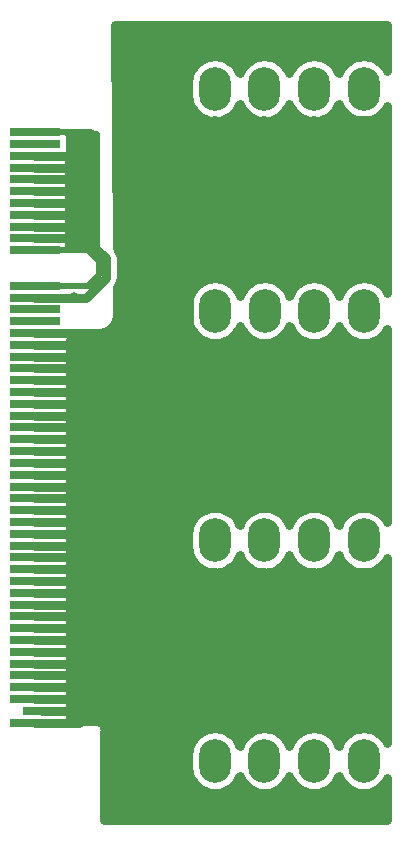
<source format=gtl>
%TF.GenerationSoftware,KiCad,Pcbnew,(5.1.10)-1*%
%TF.CreationDate,2021-09-30T13:01:54+08:00*%
%TF.ProjectId,KCORES CSPS to ATX Converter,4b434f52-4553-4204-9353-505320746f20,1.0*%
%TF.SameCoordinates,Original*%
%TF.FileFunction,Copper,L1,Top*%
%TF.FilePolarity,Positive*%
%FSLAX46Y46*%
G04 Gerber Fmt 4.6, Leading zero omitted, Abs format (unit mm)*
G04 Created by KiCad (PCBNEW (5.1.10)-1) date 2021-09-30 13:01:54*
%MOMM*%
%LPD*%
G01*
G04 APERTURE LIST*
%TA.AperFunction,ConnectorPad*%
%ADD10R,4.300000X0.700000*%
%TD*%
%TA.AperFunction,ConnectorPad*%
%ADD11R,3.200000X0.700000*%
%TD*%
%TA.AperFunction,ComponentPad*%
%ADD12O,2.700000X3.700000*%
%TD*%
%TA.AperFunction,ViaPad*%
%ADD13C,0.800000*%
%TD*%
%TA.AperFunction,Conductor*%
%ADD14C,0.508000*%
%TD*%
%TA.AperFunction,Conductor*%
%ADD15C,0.762000*%
%TD*%
%TA.AperFunction,Conductor*%
%ADD16C,0.100000*%
%TD*%
G04 APERTURE END LIST*
D10*
%TO.P,J1,B13*%
%TO.N,GND*%
X96381000Y-100658000D03*
%TO.P,J1,B12*%
X96381000Y-99658000D03*
%TO.P,J1,B18*%
%TO.N,+12V*%
X96381000Y-105658000D03*
%TO.P,J1,B17*%
X96381000Y-104658000D03*
%TO.P,J1,B16*%
X96381000Y-103658000D03*
%TO.P,J1,B15*%
%TO.N,Net-(J1-PadB15)*%
X96381000Y-102658000D03*
%TO.P,J1,B14*%
%TO.N,Net-(J1-PadB14)*%
X96381000Y-101658000D03*
%TO.P,J1,B11*%
%TO.N,GND*%
X96381000Y-96658000D03*
%TO.P,J1,B10*%
X96381000Y-95658000D03*
%TO.P,J1,B9*%
X96381000Y-94658000D03*
%TO.P,J1,B8*%
X96381000Y-93658000D03*
%TO.P,J1,B7*%
X96381000Y-92658000D03*
%TO.P,J1,B6*%
X96381000Y-91658000D03*
%TO.P,J1,B5*%
X96381000Y-90658000D03*
%TO.P,J1,B4*%
X96381000Y-89658000D03*
%TO.P,J1,B3*%
X96381000Y-88658000D03*
%TO.P,J1,B2*%
%TO.N,Net-(J1-PadB2)*%
X96381000Y-87658000D03*
%TO.P,J1,B1*%
%TO.N,GND*%
X96381000Y-86658000D03*
%TO.P,J1,B19*%
%TO.N,+12V*%
X96381000Y-106658000D03*
%TO.P,J1,B20*%
X96381000Y-107658000D03*
%TO.P,J1,B21*%
X96381000Y-108658000D03*
%TO.P,J1,B22*%
X96381000Y-109658000D03*
%TO.P,J1,B23*%
X96381000Y-110658000D03*
%TO.P,J1,B24*%
X96381000Y-111658000D03*
%TO.P,J1,B25*%
X96381000Y-112658000D03*
%TO.P,J1,B26*%
X96381000Y-113658000D03*
%TO.P,J1,B27*%
X96381000Y-114658000D03*
%TO.P,J1,B28*%
X96381000Y-115658000D03*
%TO.P,J1,B29*%
X96381000Y-116658000D03*
%TO.P,J1,B30*%
X96381000Y-117658000D03*
%TO.P,J1,B31*%
X96381000Y-118658000D03*
%TO.P,J1,B32*%
X96381000Y-119658000D03*
%TO.P,J1,B33*%
X96381000Y-120658000D03*
%TO.P,J1,B34*%
X96381000Y-121658000D03*
%TO.P,J1,B35*%
X96381000Y-122658000D03*
%TO.P,J1,B36*%
X96381000Y-123658000D03*
%TO.P,J1,B37*%
X96381000Y-124658000D03*
%TO.P,J1,B38*%
X96381000Y-125658000D03*
%TO.P,J1,B39*%
X96381000Y-126658000D03*
%TO.P,J1,B40*%
X96381000Y-127658000D03*
%TO.P,J1,B41*%
X96381000Y-128658000D03*
%TO.P,J1,B42*%
X96381000Y-129658000D03*
%TO.P,J1,B43*%
X96381000Y-130658000D03*
%TO.P,J1,B44*%
X96381000Y-131658000D03*
%TO.P,J1,B45*%
X96381000Y-132658000D03*
%TO.P,J1,B46*%
X96381000Y-133658000D03*
%TO.P,J1,B47*%
X96381000Y-134658000D03*
D11*
%TO.P,J1,B48*%
X96931000Y-135658000D03*
D10*
%TO.P,J1,B49*%
X96381000Y-136658000D03*
%TD*%
D12*
%TO.P,J6,8*%
%TO.N,GND*%
X111594000Y-121193000D03*
%TO.P,J6,7*%
X115794000Y-121193000D03*
%TO.P,J6,6*%
X119994000Y-121193000D03*
%TO.P,J6,5*%
X124194000Y-121193000D03*
%TO.P,J6,4*%
%TO.N,+12V*%
X111594000Y-125393000D03*
%TO.P,J6,3*%
X115794000Y-125393000D03*
%TO.P,J6,1*%
%TA.AperFunction,ComponentPad*%
G36*
G01*
X125544000Y-123794100D02*
X125544000Y-126991900D01*
G75*
G02*
X125292900Y-127243000I-251100J0D01*
G01*
X123095100Y-127243000D01*
G75*
G02*
X122844000Y-126991900I0J251100D01*
G01*
X122844000Y-123794100D01*
G75*
G02*
X123095100Y-123543000I251100J0D01*
G01*
X125292900Y-123543000D01*
G75*
G02*
X125544000Y-123794100I0J-251100D01*
G01*
G37*
%TD.AperFunction*%
%TO.P,J6,2*%
X119994000Y-125393000D03*
%TD*%
%TO.P,J5,8*%
%TO.N,GND*%
X111594000Y-82966000D03*
%TO.P,J5,7*%
X115794000Y-82966000D03*
%TO.P,J5,6*%
X119994000Y-82966000D03*
%TO.P,J5,5*%
X124194000Y-82966000D03*
%TO.P,J5,4*%
%TO.N,+12V*%
X111594000Y-87166000D03*
%TO.P,J5,3*%
X115794000Y-87166000D03*
%TO.P,J5,1*%
%TA.AperFunction,ComponentPad*%
G36*
G01*
X125544000Y-85567100D02*
X125544000Y-88764900D01*
G75*
G02*
X125292900Y-89016000I-251100J0D01*
G01*
X123095100Y-89016000D01*
G75*
G02*
X122844000Y-88764900I0J251100D01*
G01*
X122844000Y-85567100D01*
G75*
G02*
X123095100Y-85316000I251100J0D01*
G01*
X125292900Y-85316000D01*
G75*
G02*
X125544000Y-85567100I0J-251100D01*
G01*
G37*
%TD.AperFunction*%
%TO.P,J5,2*%
X119994000Y-87166000D03*
%TD*%
%TO.P,J4,8*%
%TO.N,GND*%
X124194000Y-139880000D03*
%TO.P,J4,7*%
X119994000Y-139880000D03*
%TO.P,J4,6*%
X115794000Y-139880000D03*
%TO.P,J4,5*%
X111594000Y-139880000D03*
%TO.P,J4,4*%
%TO.N,+12V*%
X124194000Y-135680000D03*
%TO.P,J4,3*%
X119994000Y-135680000D03*
%TO.P,J4,1*%
%TA.AperFunction,ComponentPad*%
G36*
G01*
X110244000Y-137278900D02*
X110244000Y-134081100D01*
G75*
G02*
X110495100Y-133830000I251100J0D01*
G01*
X112692900Y-133830000D01*
G75*
G02*
X112944000Y-134081100I0J-251100D01*
G01*
X112944000Y-137278900D01*
G75*
G02*
X112692900Y-137530000I-251100J0D01*
G01*
X110495100Y-137530000D01*
G75*
G02*
X110244000Y-137278900I0J251100D01*
G01*
G37*
%TD.AperFunction*%
%TO.P,J4,2*%
X115794000Y-135680000D03*
%TD*%
%TO.P,J3,8*%
%TO.N,GND*%
X124221000Y-101780000D03*
%TO.P,J3,7*%
X120021000Y-101780000D03*
%TO.P,J3,6*%
X115821000Y-101780000D03*
%TO.P,J3,5*%
X111621000Y-101780000D03*
%TO.P,J3,4*%
%TO.N,+12V*%
X124221000Y-97580000D03*
%TO.P,J3,3*%
X120021000Y-97580000D03*
%TO.P,J3,1*%
%TA.AperFunction,ComponentPad*%
G36*
G01*
X110271000Y-99178900D02*
X110271000Y-95981100D01*
G75*
G02*
X110522100Y-95730000I251100J0D01*
G01*
X112719900Y-95730000D01*
G75*
G02*
X112971000Y-95981100I0J-251100D01*
G01*
X112971000Y-99178900D01*
G75*
G02*
X112719900Y-99430000I-251100J0D01*
G01*
X110522100Y-99430000D01*
G75*
G02*
X110271000Y-99178900I0J251100D01*
G01*
G37*
%TD.AperFunction*%
%TO.P,J3,2*%
X115821000Y-97580000D03*
%TD*%
D13*
%TO.N,GND*%
X101207000Y-99612000D03*
X99683000Y-100628000D03*
X99937000Y-91230000D03*
X100953000Y-92119000D03*
X100953000Y-90468000D03*
X99937000Y-94405000D03*
X100953000Y-95294000D03*
X100953000Y-93643000D03*
X99937000Y-95929000D03*
X99937000Y-92754000D03*
X100953000Y-87166000D03*
X99937000Y-87928000D03*
X100953000Y-88817000D03*
X99937000Y-89452000D03*
%TD*%
D14*
%TO.N,GND*%
X96381000Y-86658000D02*
X100318000Y-86658000D01*
D15*
X96381000Y-88658000D02*
X100159000Y-88658000D01*
X96381000Y-89658000D02*
X100016000Y-89658000D01*
X96381000Y-90658000D02*
X100127000Y-90658000D01*
X96381000Y-91658000D02*
X99984000Y-91658000D01*
X99841000Y-92658000D02*
X99937000Y-92754000D01*
X96381000Y-92658000D02*
X99841000Y-92658000D01*
X96381000Y-93658000D02*
X99922000Y-93658000D01*
X99684000Y-94658000D02*
X99937000Y-94405000D01*
X96381000Y-94658000D02*
X99684000Y-94658000D01*
X99666000Y-95658000D02*
X99937000Y-95929000D01*
X96381000Y-95658000D02*
X99666000Y-95658000D01*
D14*
X101803979Y-98744202D02*
X100890181Y-99658000D01*
X101803979Y-97587979D02*
X101803979Y-98744202D01*
X100890181Y-99658000D02*
X96381000Y-99658000D01*
X100874000Y-96658000D02*
X101803979Y-97587979D01*
X96381000Y-96658000D02*
X100874000Y-96658000D01*
D15*
X102350000Y-97326000D02*
X101207000Y-96183000D01*
X102350000Y-98977000D02*
X102350000Y-97326000D01*
X100669000Y-100658000D02*
X102350000Y-98977000D01*
X96381000Y-100658000D02*
X100669000Y-100658000D01*
D14*
X100318000Y-86658000D02*
X101080000Y-86658000D01*
X101080000Y-86658000D02*
X101461000Y-87039000D01*
D15*
%TO.N,+12V*%
X96381000Y-103658000D02*
X100554000Y-103658000D01*
X96381000Y-104658000D02*
X100538000Y-104658000D01*
X96381000Y-105658000D02*
X100395000Y-105658000D01*
X96381000Y-106658000D02*
X100511000Y-106658000D01*
X96381000Y-107658000D02*
X100400000Y-107658000D01*
X96381000Y-108658000D02*
X100416000Y-108658000D01*
X96381000Y-109658000D02*
X100432000Y-109658000D01*
X96381000Y-110658000D02*
X100569000Y-110658000D01*
X96381000Y-111658000D02*
X100553000Y-111658000D01*
X96381000Y-112658000D02*
X100537000Y-112658000D01*
X96381000Y-113658000D02*
X100623000Y-113658000D01*
X96381000Y-114658000D02*
X100385000Y-114658000D01*
X96381000Y-115658000D02*
X100655000Y-115658000D01*
X96381000Y-116658000D02*
X100417000Y-116658000D01*
X96381000Y-117658000D02*
X100560000Y-117658000D01*
X96381000Y-118658000D02*
X100695000Y-118658000D01*
X96381000Y-119658000D02*
X100679000Y-119658000D01*
X96381000Y-120658000D02*
X100663000Y-120658000D01*
X96381000Y-121658000D02*
X100520000Y-121658000D01*
X96381000Y-122658000D02*
X100640000Y-122658000D01*
X96381000Y-123658000D02*
X100615000Y-123658000D01*
X96381000Y-124658000D02*
X100545000Y-124658000D01*
X96381000Y-125658000D02*
X99926000Y-125658000D01*
X96381000Y-126658000D02*
X100948000Y-126658000D01*
X96381000Y-127658000D02*
X100593000Y-127658000D01*
X96381000Y-128658000D02*
X100662000Y-128658000D01*
X96381000Y-129658000D02*
X100773000Y-129658000D01*
X96381000Y-130658000D02*
X100641000Y-130658000D01*
X96381000Y-131658000D02*
X100784000Y-131658000D01*
X96381000Y-132658000D02*
X100419000Y-132658000D01*
X96381000Y-133658000D02*
X100562000Y-133658000D01*
X96381000Y-134658000D02*
X100451000Y-134658000D01*
X96931000Y-135658000D02*
X100169000Y-135658000D01*
X96381000Y-136658000D02*
X100102000Y-136658000D01*
D14*
X100102000Y-136658000D02*
X102185000Y-136658000D01*
%TD*%
D15*
%TO.N,+12V*%
X126201001Y-81471121D02*
X126064668Y-81216060D01*
X125784872Y-80875128D01*
X125443940Y-80595332D01*
X125054974Y-80387425D01*
X124632921Y-80259397D01*
X124194000Y-80216167D01*
X123755080Y-80259397D01*
X123333027Y-80387425D01*
X122944061Y-80595332D01*
X122603129Y-80875128D01*
X122323333Y-81216060D01*
X122115425Y-81605026D01*
X122094000Y-81675655D01*
X122072575Y-81605027D01*
X121864668Y-81216060D01*
X121584872Y-80875128D01*
X121243940Y-80595332D01*
X120854974Y-80387425D01*
X120432921Y-80259397D01*
X119994000Y-80216167D01*
X119555080Y-80259397D01*
X119133027Y-80387425D01*
X118744061Y-80595332D01*
X118403129Y-80875128D01*
X118123333Y-81216060D01*
X117915425Y-81605026D01*
X117894000Y-81675655D01*
X117872575Y-81605027D01*
X117664668Y-81216060D01*
X117384872Y-80875128D01*
X117043940Y-80595332D01*
X116654974Y-80387425D01*
X116232921Y-80259397D01*
X115794000Y-80216167D01*
X115355080Y-80259397D01*
X114933027Y-80387425D01*
X114544061Y-80595332D01*
X114203129Y-80875128D01*
X113923333Y-81216060D01*
X113715425Y-81605026D01*
X113694000Y-81675655D01*
X113672575Y-81605027D01*
X113464668Y-81216060D01*
X113184872Y-80875128D01*
X112843940Y-80595332D01*
X112454974Y-80387425D01*
X112032921Y-80259397D01*
X111594000Y-80216167D01*
X111155080Y-80259397D01*
X110733027Y-80387425D01*
X110344061Y-80595332D01*
X110003129Y-80875128D01*
X109723333Y-81216060D01*
X109515425Y-81605026D01*
X109387397Y-82027079D01*
X109355000Y-82356011D01*
X109355000Y-83575988D01*
X109387397Y-83904920D01*
X109515425Y-84326973D01*
X109723332Y-84715940D01*
X110003128Y-85056872D01*
X110344060Y-85336668D01*
X110733026Y-85544575D01*
X111155079Y-85672603D01*
X111594000Y-85715833D01*
X112032920Y-85672603D01*
X112454973Y-85544575D01*
X112843940Y-85336668D01*
X113184872Y-85056872D01*
X113464668Y-84715940D01*
X113672575Y-84326974D01*
X113694000Y-84256345D01*
X113715425Y-84326973D01*
X113923332Y-84715940D01*
X114203128Y-85056872D01*
X114544060Y-85336668D01*
X114933026Y-85544575D01*
X115355079Y-85672603D01*
X115794000Y-85715833D01*
X116232920Y-85672603D01*
X116654973Y-85544575D01*
X117043940Y-85336668D01*
X117384872Y-85056872D01*
X117664668Y-84715940D01*
X117872575Y-84326974D01*
X117894000Y-84256345D01*
X117915425Y-84326973D01*
X118123332Y-84715940D01*
X118403128Y-85056872D01*
X118744060Y-85336668D01*
X119133026Y-85544575D01*
X119555079Y-85672603D01*
X119994000Y-85715833D01*
X120432920Y-85672603D01*
X120854973Y-85544575D01*
X121243940Y-85336668D01*
X121584872Y-85056872D01*
X121864668Y-84715940D01*
X122072575Y-84326974D01*
X122094000Y-84256345D01*
X122115425Y-84326973D01*
X122323332Y-84715940D01*
X122603128Y-85056872D01*
X122944060Y-85336668D01*
X123333026Y-85544575D01*
X123755079Y-85672603D01*
X124194000Y-85715833D01*
X124632920Y-85672603D01*
X125054973Y-85544575D01*
X125443940Y-85336668D01*
X125784872Y-85056872D01*
X126064668Y-84715940D01*
X126201001Y-84460880D01*
X126201001Y-100234607D01*
X126091668Y-100030060D01*
X125811872Y-99689128D01*
X125470940Y-99409332D01*
X125081973Y-99201425D01*
X124659920Y-99073397D01*
X124221000Y-99030167D01*
X123782079Y-99073397D01*
X123360026Y-99201425D01*
X122971060Y-99409332D01*
X122630128Y-99689128D01*
X122350332Y-100030060D01*
X122142425Y-100419027D01*
X122121000Y-100489655D01*
X122099575Y-100419026D01*
X121891668Y-100030060D01*
X121611872Y-99689128D01*
X121270940Y-99409332D01*
X120881973Y-99201425D01*
X120459920Y-99073397D01*
X120021000Y-99030167D01*
X119582079Y-99073397D01*
X119160026Y-99201425D01*
X118771060Y-99409332D01*
X118430128Y-99689128D01*
X118150332Y-100030060D01*
X117942425Y-100419027D01*
X117921000Y-100489655D01*
X117899575Y-100419026D01*
X117691668Y-100030060D01*
X117411872Y-99689128D01*
X117070940Y-99409332D01*
X116681973Y-99201425D01*
X116259920Y-99073397D01*
X115821000Y-99030167D01*
X115382079Y-99073397D01*
X114960026Y-99201425D01*
X114571060Y-99409332D01*
X114230128Y-99689128D01*
X113950332Y-100030060D01*
X113742425Y-100419027D01*
X113721000Y-100489655D01*
X113699575Y-100419026D01*
X113491668Y-100030060D01*
X113211872Y-99689128D01*
X112870940Y-99409332D01*
X112481973Y-99201425D01*
X112059920Y-99073397D01*
X111621000Y-99030167D01*
X111182079Y-99073397D01*
X110760026Y-99201425D01*
X110371060Y-99409332D01*
X110030128Y-99689128D01*
X109750332Y-100030060D01*
X109542425Y-100419027D01*
X109414397Y-100841080D01*
X109382000Y-101170012D01*
X109382000Y-102389989D01*
X109414397Y-102718921D01*
X109542425Y-103140974D01*
X109750333Y-103529940D01*
X110030129Y-103870872D01*
X110371061Y-104150668D01*
X110760027Y-104358575D01*
X111182080Y-104486603D01*
X111621000Y-104529833D01*
X112059921Y-104486603D01*
X112481974Y-104358575D01*
X112870940Y-104150668D01*
X113211872Y-103870872D01*
X113491668Y-103529940D01*
X113699575Y-103140973D01*
X113721000Y-103070345D01*
X113742425Y-103140974D01*
X113950333Y-103529940D01*
X114230129Y-103870872D01*
X114571061Y-104150668D01*
X114960027Y-104358575D01*
X115382080Y-104486603D01*
X115821000Y-104529833D01*
X116259921Y-104486603D01*
X116681974Y-104358575D01*
X117070940Y-104150668D01*
X117411872Y-103870872D01*
X117691668Y-103529940D01*
X117899575Y-103140973D01*
X117921000Y-103070345D01*
X117942425Y-103140974D01*
X118150333Y-103529940D01*
X118430129Y-103870872D01*
X118771061Y-104150668D01*
X119160027Y-104358575D01*
X119582080Y-104486603D01*
X120021000Y-104529833D01*
X120459921Y-104486603D01*
X120881974Y-104358575D01*
X121270940Y-104150668D01*
X121611872Y-103870872D01*
X121891668Y-103529940D01*
X122099575Y-103140973D01*
X122121000Y-103070345D01*
X122142425Y-103140974D01*
X122350333Y-103529940D01*
X122630129Y-103870872D01*
X122971061Y-104150668D01*
X123360027Y-104358575D01*
X123782080Y-104486603D01*
X124221000Y-104529833D01*
X124659921Y-104486603D01*
X125081974Y-104358575D01*
X125470940Y-104150668D01*
X125811872Y-103870872D01*
X126091668Y-103529940D01*
X126201001Y-103325393D01*
X126201000Y-119698120D01*
X126064668Y-119443060D01*
X125784872Y-119102128D01*
X125443940Y-118822332D01*
X125054974Y-118614425D01*
X124632921Y-118486397D01*
X124194000Y-118443167D01*
X123755080Y-118486397D01*
X123333027Y-118614425D01*
X122944061Y-118822332D01*
X122603129Y-119102128D01*
X122323333Y-119443060D01*
X122115425Y-119832026D01*
X122094000Y-119902655D01*
X122072575Y-119832027D01*
X121864668Y-119443060D01*
X121584872Y-119102128D01*
X121243940Y-118822332D01*
X120854974Y-118614425D01*
X120432921Y-118486397D01*
X119994000Y-118443167D01*
X119555080Y-118486397D01*
X119133027Y-118614425D01*
X118744061Y-118822332D01*
X118403129Y-119102128D01*
X118123333Y-119443060D01*
X117915425Y-119832026D01*
X117894000Y-119902655D01*
X117872575Y-119832027D01*
X117664668Y-119443060D01*
X117384872Y-119102128D01*
X117043940Y-118822332D01*
X116654974Y-118614425D01*
X116232921Y-118486397D01*
X115794000Y-118443167D01*
X115355080Y-118486397D01*
X114933027Y-118614425D01*
X114544061Y-118822332D01*
X114203129Y-119102128D01*
X113923333Y-119443060D01*
X113715425Y-119832026D01*
X113694000Y-119902655D01*
X113672575Y-119832027D01*
X113464668Y-119443060D01*
X113184872Y-119102128D01*
X112843940Y-118822332D01*
X112454974Y-118614425D01*
X112032921Y-118486397D01*
X111594000Y-118443167D01*
X111155080Y-118486397D01*
X110733027Y-118614425D01*
X110344061Y-118822332D01*
X110003129Y-119102128D01*
X109723333Y-119443060D01*
X109515425Y-119832026D01*
X109387397Y-120254079D01*
X109355000Y-120583011D01*
X109355000Y-121802988D01*
X109387397Y-122131920D01*
X109515425Y-122553973D01*
X109723332Y-122942940D01*
X110003128Y-123283872D01*
X110344060Y-123563668D01*
X110733026Y-123771575D01*
X111155079Y-123899603D01*
X111594000Y-123942833D01*
X112032920Y-123899603D01*
X112454973Y-123771575D01*
X112843940Y-123563668D01*
X113184872Y-123283872D01*
X113464668Y-122942940D01*
X113672575Y-122553974D01*
X113694000Y-122483345D01*
X113715425Y-122553973D01*
X113923332Y-122942940D01*
X114203128Y-123283872D01*
X114544060Y-123563668D01*
X114933026Y-123771575D01*
X115355079Y-123899603D01*
X115794000Y-123942833D01*
X116232920Y-123899603D01*
X116654973Y-123771575D01*
X117043940Y-123563668D01*
X117384872Y-123283872D01*
X117664668Y-122942940D01*
X117872575Y-122553974D01*
X117894000Y-122483345D01*
X117915425Y-122553973D01*
X118123332Y-122942940D01*
X118403128Y-123283872D01*
X118744060Y-123563668D01*
X119133026Y-123771575D01*
X119555079Y-123899603D01*
X119994000Y-123942833D01*
X120432920Y-123899603D01*
X120854973Y-123771575D01*
X121243940Y-123563668D01*
X121584872Y-123283872D01*
X121864668Y-122942940D01*
X122072575Y-122553974D01*
X122094000Y-122483345D01*
X122115425Y-122553973D01*
X122323332Y-122942940D01*
X122603128Y-123283872D01*
X122944060Y-123563668D01*
X123333026Y-123771575D01*
X123755079Y-123899603D01*
X124194000Y-123942833D01*
X124632920Y-123899603D01*
X125054973Y-123771575D01*
X125443940Y-123563668D01*
X125784872Y-123283872D01*
X126064668Y-122942940D01*
X126201000Y-122687881D01*
X126201000Y-138385119D01*
X126064668Y-138130060D01*
X125784872Y-137789128D01*
X125443940Y-137509332D01*
X125054973Y-137301425D01*
X124632920Y-137173397D01*
X124194000Y-137130167D01*
X123755079Y-137173397D01*
X123333026Y-137301425D01*
X122944060Y-137509332D01*
X122603128Y-137789128D01*
X122323332Y-138130060D01*
X122115425Y-138519027D01*
X122094000Y-138589655D01*
X122072575Y-138519026D01*
X121864668Y-138130060D01*
X121584872Y-137789128D01*
X121243940Y-137509332D01*
X120854973Y-137301425D01*
X120432920Y-137173397D01*
X119994000Y-137130167D01*
X119555079Y-137173397D01*
X119133026Y-137301425D01*
X118744060Y-137509332D01*
X118403128Y-137789128D01*
X118123332Y-138130060D01*
X117915425Y-138519027D01*
X117894000Y-138589655D01*
X117872575Y-138519026D01*
X117664668Y-138130060D01*
X117384872Y-137789128D01*
X117043940Y-137509332D01*
X116654973Y-137301425D01*
X116232920Y-137173397D01*
X115794000Y-137130167D01*
X115355079Y-137173397D01*
X114933026Y-137301425D01*
X114544060Y-137509332D01*
X114203128Y-137789128D01*
X113923332Y-138130060D01*
X113715425Y-138519027D01*
X113694000Y-138589655D01*
X113672575Y-138519026D01*
X113464668Y-138130060D01*
X113184872Y-137789128D01*
X112843940Y-137509332D01*
X112454973Y-137301425D01*
X112032920Y-137173397D01*
X111594000Y-137130167D01*
X111155079Y-137173397D01*
X110733026Y-137301425D01*
X110344060Y-137509332D01*
X110003128Y-137789128D01*
X109723332Y-138130060D01*
X109515425Y-138519027D01*
X109387397Y-138941080D01*
X109355000Y-139270012D01*
X109355000Y-140489989D01*
X109387397Y-140818921D01*
X109515425Y-141240974D01*
X109723333Y-141629940D01*
X110003129Y-141970872D01*
X110344061Y-142250668D01*
X110733027Y-142458575D01*
X111155080Y-142586603D01*
X111594000Y-142629833D01*
X112032921Y-142586603D01*
X112454974Y-142458575D01*
X112843940Y-142250668D01*
X113184872Y-141970872D01*
X113464668Y-141629940D01*
X113672575Y-141240973D01*
X113694000Y-141170345D01*
X113715425Y-141240974D01*
X113923333Y-141629940D01*
X114203129Y-141970872D01*
X114544061Y-142250668D01*
X114933027Y-142458575D01*
X115355080Y-142586603D01*
X115794000Y-142629833D01*
X116232921Y-142586603D01*
X116654974Y-142458575D01*
X117043940Y-142250668D01*
X117384872Y-141970872D01*
X117664668Y-141629940D01*
X117872575Y-141240973D01*
X117894000Y-141170345D01*
X117915425Y-141240974D01*
X118123333Y-141629940D01*
X118403129Y-141970872D01*
X118744061Y-142250668D01*
X119133027Y-142458575D01*
X119555080Y-142586603D01*
X119994000Y-142629833D01*
X120432921Y-142586603D01*
X120854974Y-142458575D01*
X121243940Y-142250668D01*
X121584872Y-141970872D01*
X121864668Y-141629940D01*
X122072575Y-141240973D01*
X122094000Y-141170345D01*
X122115425Y-141240974D01*
X122323333Y-141629940D01*
X122603129Y-141970872D01*
X122944061Y-142250668D01*
X123333027Y-142458575D01*
X123755080Y-142586603D01*
X124194000Y-142629833D01*
X124632921Y-142586603D01*
X125054974Y-142458575D01*
X125443940Y-142250668D01*
X125784872Y-141970872D01*
X126064668Y-141629940D01*
X126201000Y-141374880D01*
X126201000Y-144926000D01*
X102245000Y-144926000D01*
X102245000Y-137529700D01*
X102256413Y-137492076D01*
X102274543Y-137308000D01*
X102256413Y-137123924D01*
X102202720Y-136946922D01*
X102115527Y-136783796D01*
X101998186Y-136640814D01*
X101855204Y-136523473D01*
X101692078Y-136436280D01*
X101515076Y-136382587D01*
X101377126Y-136369000D01*
X99302333Y-136369000D01*
X99298616Y-104551629D01*
X99313744Y-104379688D01*
X99354320Y-104229288D01*
X99420573Y-104088288D01*
X99510452Y-103961055D01*
X99621200Y-103851490D01*
X99749396Y-103762979D01*
X99891095Y-103698246D01*
X100041928Y-103659286D01*
X100214005Y-103646006D01*
X101681603Y-103661938D01*
X101715207Y-103660819D01*
X101938471Y-103643499D01*
X102004732Y-103632418D01*
X102221483Y-103576153D01*
X102284767Y-103553606D01*
X102488267Y-103460145D01*
X102546607Y-103426834D01*
X102730527Y-103299084D01*
X102782110Y-103256043D01*
X102940733Y-103097974D01*
X102983953Y-103046543D01*
X103112347Y-102863071D01*
X103145863Y-102804848D01*
X103240036Y-102601678D01*
X103262804Y-102538474D01*
X103319829Y-102321921D01*
X103331142Y-102255699D01*
X103349244Y-102032497D01*
X103350481Y-101998897D01*
X103334164Y-99779704D01*
X103411075Y-99685988D01*
X103529003Y-99465359D01*
X103586225Y-99276725D01*
X103601623Y-99225964D01*
X103606904Y-99172345D01*
X103620000Y-99039380D01*
X103620000Y-99039373D01*
X103626143Y-98977000D01*
X103620000Y-98914627D01*
X103620000Y-97388372D01*
X103626143Y-97325999D01*
X103620000Y-97263626D01*
X103620000Y-97263620D01*
X103601623Y-97077037D01*
X103589453Y-97036916D01*
X103566354Y-96960771D01*
X103529003Y-96837641D01*
X103411075Y-96617012D01*
X103310005Y-96493858D01*
X103170822Y-77564000D01*
X126201001Y-77564000D01*
X126201001Y-81471121D01*
%TA.AperFunction,Conductor*%
D16*
G36*
X126201001Y-81471121D02*
G01*
X126064668Y-81216060D01*
X125784872Y-80875128D01*
X125443940Y-80595332D01*
X125054974Y-80387425D01*
X124632921Y-80259397D01*
X124194000Y-80216167D01*
X123755080Y-80259397D01*
X123333027Y-80387425D01*
X122944061Y-80595332D01*
X122603129Y-80875128D01*
X122323333Y-81216060D01*
X122115425Y-81605026D01*
X122094000Y-81675655D01*
X122072575Y-81605027D01*
X121864668Y-81216060D01*
X121584872Y-80875128D01*
X121243940Y-80595332D01*
X120854974Y-80387425D01*
X120432921Y-80259397D01*
X119994000Y-80216167D01*
X119555080Y-80259397D01*
X119133027Y-80387425D01*
X118744061Y-80595332D01*
X118403129Y-80875128D01*
X118123333Y-81216060D01*
X117915425Y-81605026D01*
X117894000Y-81675655D01*
X117872575Y-81605027D01*
X117664668Y-81216060D01*
X117384872Y-80875128D01*
X117043940Y-80595332D01*
X116654974Y-80387425D01*
X116232921Y-80259397D01*
X115794000Y-80216167D01*
X115355080Y-80259397D01*
X114933027Y-80387425D01*
X114544061Y-80595332D01*
X114203129Y-80875128D01*
X113923333Y-81216060D01*
X113715425Y-81605026D01*
X113694000Y-81675655D01*
X113672575Y-81605027D01*
X113464668Y-81216060D01*
X113184872Y-80875128D01*
X112843940Y-80595332D01*
X112454974Y-80387425D01*
X112032921Y-80259397D01*
X111594000Y-80216167D01*
X111155080Y-80259397D01*
X110733027Y-80387425D01*
X110344061Y-80595332D01*
X110003129Y-80875128D01*
X109723333Y-81216060D01*
X109515425Y-81605026D01*
X109387397Y-82027079D01*
X109355000Y-82356011D01*
X109355000Y-83575988D01*
X109387397Y-83904920D01*
X109515425Y-84326973D01*
X109723332Y-84715940D01*
X110003128Y-85056872D01*
X110344060Y-85336668D01*
X110733026Y-85544575D01*
X111155079Y-85672603D01*
X111594000Y-85715833D01*
X112032920Y-85672603D01*
X112454973Y-85544575D01*
X112843940Y-85336668D01*
X113184872Y-85056872D01*
X113464668Y-84715940D01*
X113672575Y-84326974D01*
X113694000Y-84256345D01*
X113715425Y-84326973D01*
X113923332Y-84715940D01*
X114203128Y-85056872D01*
X114544060Y-85336668D01*
X114933026Y-85544575D01*
X115355079Y-85672603D01*
X115794000Y-85715833D01*
X116232920Y-85672603D01*
X116654973Y-85544575D01*
X117043940Y-85336668D01*
X117384872Y-85056872D01*
X117664668Y-84715940D01*
X117872575Y-84326974D01*
X117894000Y-84256345D01*
X117915425Y-84326973D01*
X118123332Y-84715940D01*
X118403128Y-85056872D01*
X118744060Y-85336668D01*
X119133026Y-85544575D01*
X119555079Y-85672603D01*
X119994000Y-85715833D01*
X120432920Y-85672603D01*
X120854973Y-85544575D01*
X121243940Y-85336668D01*
X121584872Y-85056872D01*
X121864668Y-84715940D01*
X122072575Y-84326974D01*
X122094000Y-84256345D01*
X122115425Y-84326973D01*
X122323332Y-84715940D01*
X122603128Y-85056872D01*
X122944060Y-85336668D01*
X123333026Y-85544575D01*
X123755079Y-85672603D01*
X124194000Y-85715833D01*
X124632920Y-85672603D01*
X125054973Y-85544575D01*
X125443940Y-85336668D01*
X125784872Y-85056872D01*
X126064668Y-84715940D01*
X126201001Y-84460880D01*
X126201001Y-100234607D01*
X126091668Y-100030060D01*
X125811872Y-99689128D01*
X125470940Y-99409332D01*
X125081973Y-99201425D01*
X124659920Y-99073397D01*
X124221000Y-99030167D01*
X123782079Y-99073397D01*
X123360026Y-99201425D01*
X122971060Y-99409332D01*
X122630128Y-99689128D01*
X122350332Y-100030060D01*
X122142425Y-100419027D01*
X122121000Y-100489655D01*
X122099575Y-100419026D01*
X121891668Y-100030060D01*
X121611872Y-99689128D01*
X121270940Y-99409332D01*
X120881973Y-99201425D01*
X120459920Y-99073397D01*
X120021000Y-99030167D01*
X119582079Y-99073397D01*
X119160026Y-99201425D01*
X118771060Y-99409332D01*
X118430128Y-99689128D01*
X118150332Y-100030060D01*
X117942425Y-100419027D01*
X117921000Y-100489655D01*
X117899575Y-100419026D01*
X117691668Y-100030060D01*
X117411872Y-99689128D01*
X117070940Y-99409332D01*
X116681973Y-99201425D01*
X116259920Y-99073397D01*
X115821000Y-99030167D01*
X115382079Y-99073397D01*
X114960026Y-99201425D01*
X114571060Y-99409332D01*
X114230128Y-99689128D01*
X113950332Y-100030060D01*
X113742425Y-100419027D01*
X113721000Y-100489655D01*
X113699575Y-100419026D01*
X113491668Y-100030060D01*
X113211872Y-99689128D01*
X112870940Y-99409332D01*
X112481973Y-99201425D01*
X112059920Y-99073397D01*
X111621000Y-99030167D01*
X111182079Y-99073397D01*
X110760026Y-99201425D01*
X110371060Y-99409332D01*
X110030128Y-99689128D01*
X109750332Y-100030060D01*
X109542425Y-100419027D01*
X109414397Y-100841080D01*
X109382000Y-101170012D01*
X109382000Y-102389989D01*
X109414397Y-102718921D01*
X109542425Y-103140974D01*
X109750333Y-103529940D01*
X110030129Y-103870872D01*
X110371061Y-104150668D01*
X110760027Y-104358575D01*
X111182080Y-104486603D01*
X111621000Y-104529833D01*
X112059921Y-104486603D01*
X112481974Y-104358575D01*
X112870940Y-104150668D01*
X113211872Y-103870872D01*
X113491668Y-103529940D01*
X113699575Y-103140973D01*
X113721000Y-103070345D01*
X113742425Y-103140974D01*
X113950333Y-103529940D01*
X114230129Y-103870872D01*
X114571061Y-104150668D01*
X114960027Y-104358575D01*
X115382080Y-104486603D01*
X115821000Y-104529833D01*
X116259921Y-104486603D01*
X116681974Y-104358575D01*
X117070940Y-104150668D01*
X117411872Y-103870872D01*
X117691668Y-103529940D01*
X117899575Y-103140973D01*
X117921000Y-103070345D01*
X117942425Y-103140974D01*
X118150333Y-103529940D01*
X118430129Y-103870872D01*
X118771061Y-104150668D01*
X119160027Y-104358575D01*
X119582080Y-104486603D01*
X120021000Y-104529833D01*
X120459921Y-104486603D01*
X120881974Y-104358575D01*
X121270940Y-104150668D01*
X121611872Y-103870872D01*
X121891668Y-103529940D01*
X122099575Y-103140973D01*
X122121000Y-103070345D01*
X122142425Y-103140974D01*
X122350333Y-103529940D01*
X122630129Y-103870872D01*
X122971061Y-104150668D01*
X123360027Y-104358575D01*
X123782080Y-104486603D01*
X124221000Y-104529833D01*
X124659921Y-104486603D01*
X125081974Y-104358575D01*
X125470940Y-104150668D01*
X125811872Y-103870872D01*
X126091668Y-103529940D01*
X126201001Y-103325393D01*
X126201000Y-119698120D01*
X126064668Y-119443060D01*
X125784872Y-119102128D01*
X125443940Y-118822332D01*
X125054974Y-118614425D01*
X124632921Y-118486397D01*
X124194000Y-118443167D01*
X123755080Y-118486397D01*
X123333027Y-118614425D01*
X122944061Y-118822332D01*
X122603129Y-119102128D01*
X122323333Y-119443060D01*
X122115425Y-119832026D01*
X122094000Y-119902655D01*
X122072575Y-119832027D01*
X121864668Y-119443060D01*
X121584872Y-119102128D01*
X121243940Y-118822332D01*
X120854974Y-118614425D01*
X120432921Y-118486397D01*
X119994000Y-118443167D01*
X119555080Y-118486397D01*
X119133027Y-118614425D01*
X118744061Y-118822332D01*
X118403129Y-119102128D01*
X118123333Y-119443060D01*
X117915425Y-119832026D01*
X117894000Y-119902655D01*
X117872575Y-119832027D01*
X117664668Y-119443060D01*
X117384872Y-119102128D01*
X117043940Y-118822332D01*
X116654974Y-118614425D01*
X116232921Y-118486397D01*
X115794000Y-118443167D01*
X115355080Y-118486397D01*
X114933027Y-118614425D01*
X114544061Y-118822332D01*
X114203129Y-119102128D01*
X113923333Y-119443060D01*
X113715425Y-119832026D01*
X113694000Y-119902655D01*
X113672575Y-119832027D01*
X113464668Y-119443060D01*
X113184872Y-119102128D01*
X112843940Y-118822332D01*
X112454974Y-118614425D01*
X112032921Y-118486397D01*
X111594000Y-118443167D01*
X111155080Y-118486397D01*
X110733027Y-118614425D01*
X110344061Y-118822332D01*
X110003129Y-119102128D01*
X109723333Y-119443060D01*
X109515425Y-119832026D01*
X109387397Y-120254079D01*
X109355000Y-120583011D01*
X109355000Y-121802988D01*
X109387397Y-122131920D01*
X109515425Y-122553973D01*
X109723332Y-122942940D01*
X110003128Y-123283872D01*
X110344060Y-123563668D01*
X110733026Y-123771575D01*
X111155079Y-123899603D01*
X111594000Y-123942833D01*
X112032920Y-123899603D01*
X112454973Y-123771575D01*
X112843940Y-123563668D01*
X113184872Y-123283872D01*
X113464668Y-122942940D01*
X113672575Y-122553974D01*
X113694000Y-122483345D01*
X113715425Y-122553973D01*
X113923332Y-122942940D01*
X114203128Y-123283872D01*
X114544060Y-123563668D01*
X114933026Y-123771575D01*
X115355079Y-123899603D01*
X115794000Y-123942833D01*
X116232920Y-123899603D01*
X116654973Y-123771575D01*
X117043940Y-123563668D01*
X117384872Y-123283872D01*
X117664668Y-122942940D01*
X117872575Y-122553974D01*
X117894000Y-122483345D01*
X117915425Y-122553973D01*
X118123332Y-122942940D01*
X118403128Y-123283872D01*
X118744060Y-123563668D01*
X119133026Y-123771575D01*
X119555079Y-123899603D01*
X119994000Y-123942833D01*
X120432920Y-123899603D01*
X120854973Y-123771575D01*
X121243940Y-123563668D01*
X121584872Y-123283872D01*
X121864668Y-122942940D01*
X122072575Y-122553974D01*
X122094000Y-122483345D01*
X122115425Y-122553973D01*
X122323332Y-122942940D01*
X122603128Y-123283872D01*
X122944060Y-123563668D01*
X123333026Y-123771575D01*
X123755079Y-123899603D01*
X124194000Y-123942833D01*
X124632920Y-123899603D01*
X125054973Y-123771575D01*
X125443940Y-123563668D01*
X125784872Y-123283872D01*
X126064668Y-122942940D01*
X126201000Y-122687881D01*
X126201000Y-138385119D01*
X126064668Y-138130060D01*
X125784872Y-137789128D01*
X125443940Y-137509332D01*
X125054973Y-137301425D01*
X124632920Y-137173397D01*
X124194000Y-137130167D01*
X123755079Y-137173397D01*
X123333026Y-137301425D01*
X122944060Y-137509332D01*
X122603128Y-137789128D01*
X122323332Y-138130060D01*
X122115425Y-138519027D01*
X122094000Y-138589655D01*
X122072575Y-138519026D01*
X121864668Y-138130060D01*
X121584872Y-137789128D01*
X121243940Y-137509332D01*
X120854973Y-137301425D01*
X120432920Y-137173397D01*
X119994000Y-137130167D01*
X119555079Y-137173397D01*
X119133026Y-137301425D01*
X118744060Y-137509332D01*
X118403128Y-137789128D01*
X118123332Y-138130060D01*
X117915425Y-138519027D01*
X117894000Y-138589655D01*
X117872575Y-138519026D01*
X117664668Y-138130060D01*
X117384872Y-137789128D01*
X117043940Y-137509332D01*
X116654973Y-137301425D01*
X116232920Y-137173397D01*
X115794000Y-137130167D01*
X115355079Y-137173397D01*
X114933026Y-137301425D01*
X114544060Y-137509332D01*
X114203128Y-137789128D01*
X113923332Y-138130060D01*
X113715425Y-138519027D01*
X113694000Y-138589655D01*
X113672575Y-138519026D01*
X113464668Y-138130060D01*
X113184872Y-137789128D01*
X112843940Y-137509332D01*
X112454973Y-137301425D01*
X112032920Y-137173397D01*
X111594000Y-137130167D01*
X111155079Y-137173397D01*
X110733026Y-137301425D01*
X110344060Y-137509332D01*
X110003128Y-137789128D01*
X109723332Y-138130060D01*
X109515425Y-138519027D01*
X109387397Y-138941080D01*
X109355000Y-139270012D01*
X109355000Y-140489989D01*
X109387397Y-140818921D01*
X109515425Y-141240974D01*
X109723333Y-141629940D01*
X110003129Y-141970872D01*
X110344061Y-142250668D01*
X110733027Y-142458575D01*
X111155080Y-142586603D01*
X111594000Y-142629833D01*
X112032921Y-142586603D01*
X112454974Y-142458575D01*
X112843940Y-142250668D01*
X113184872Y-141970872D01*
X113464668Y-141629940D01*
X113672575Y-141240973D01*
X113694000Y-141170345D01*
X113715425Y-141240974D01*
X113923333Y-141629940D01*
X114203129Y-141970872D01*
X114544061Y-142250668D01*
X114933027Y-142458575D01*
X115355080Y-142586603D01*
X115794000Y-142629833D01*
X116232921Y-142586603D01*
X116654974Y-142458575D01*
X117043940Y-142250668D01*
X117384872Y-141970872D01*
X117664668Y-141629940D01*
X117872575Y-141240973D01*
X117894000Y-141170345D01*
X117915425Y-141240974D01*
X118123333Y-141629940D01*
X118403129Y-141970872D01*
X118744061Y-142250668D01*
X119133027Y-142458575D01*
X119555080Y-142586603D01*
X119994000Y-142629833D01*
X120432921Y-142586603D01*
X120854974Y-142458575D01*
X121243940Y-142250668D01*
X121584872Y-141970872D01*
X121864668Y-141629940D01*
X122072575Y-141240973D01*
X122094000Y-141170345D01*
X122115425Y-141240974D01*
X122323333Y-141629940D01*
X122603129Y-141970872D01*
X122944061Y-142250668D01*
X123333027Y-142458575D01*
X123755080Y-142586603D01*
X124194000Y-142629833D01*
X124632921Y-142586603D01*
X125054974Y-142458575D01*
X125443940Y-142250668D01*
X125784872Y-141970872D01*
X126064668Y-141629940D01*
X126201000Y-141374880D01*
X126201000Y-144926000D01*
X102245000Y-144926000D01*
X102245000Y-137529700D01*
X102256413Y-137492076D01*
X102274543Y-137308000D01*
X102256413Y-137123924D01*
X102202720Y-136946922D01*
X102115527Y-136783796D01*
X101998186Y-136640814D01*
X101855204Y-136523473D01*
X101692078Y-136436280D01*
X101515076Y-136382587D01*
X101377126Y-136369000D01*
X99302333Y-136369000D01*
X99298616Y-104551629D01*
X99313744Y-104379688D01*
X99354320Y-104229288D01*
X99420573Y-104088288D01*
X99510452Y-103961055D01*
X99621200Y-103851490D01*
X99749396Y-103762979D01*
X99891095Y-103698246D01*
X100041928Y-103659286D01*
X100214005Y-103646006D01*
X101681603Y-103661938D01*
X101715207Y-103660819D01*
X101938471Y-103643499D01*
X102004732Y-103632418D01*
X102221483Y-103576153D01*
X102284767Y-103553606D01*
X102488267Y-103460145D01*
X102546607Y-103426834D01*
X102730527Y-103299084D01*
X102782110Y-103256043D01*
X102940733Y-103097974D01*
X102983953Y-103046543D01*
X103112347Y-102863071D01*
X103145863Y-102804848D01*
X103240036Y-102601678D01*
X103262804Y-102538474D01*
X103319829Y-102321921D01*
X103331142Y-102255699D01*
X103349244Y-102032497D01*
X103350481Y-101998897D01*
X103334164Y-99779704D01*
X103411075Y-99685988D01*
X103529003Y-99465359D01*
X103586225Y-99276725D01*
X103601623Y-99225964D01*
X103606904Y-99172345D01*
X103620000Y-99039380D01*
X103620000Y-99039373D01*
X103626143Y-98977000D01*
X103620000Y-98914627D01*
X103620000Y-97388372D01*
X103626143Y-97325999D01*
X103620000Y-97263626D01*
X103620000Y-97263620D01*
X103601623Y-97077037D01*
X103589453Y-97036916D01*
X103566354Y-96960771D01*
X103529003Y-96837641D01*
X103411075Y-96617012D01*
X103310005Y-96493858D01*
X103170822Y-77564000D01*
X126201001Y-77564000D01*
X126201001Y-81471121D01*
G37*
%TD.AperFunction*%
%TD*%
D14*
%TO.N,GND*%
X101588000Y-96425916D02*
X101571610Y-96613256D01*
X101525817Y-96784159D01*
X101512415Y-96812900D01*
X101419931Y-96737471D01*
X101358620Y-96696735D01*
X101297908Y-96655165D01*
X101287943Y-96649777D01*
X101287935Y-96649772D01*
X101287927Y-96649769D01*
X101124230Y-96562728D01*
X101056156Y-96534670D01*
X100988539Y-96505689D01*
X100977718Y-96502340D01*
X100977713Y-96502338D01*
X100977708Y-96502337D01*
X100800214Y-96448749D01*
X100728069Y-96434464D01*
X100656037Y-96419153D01*
X100644764Y-96417969D01*
X100644758Y-96417968D01*
X100644752Y-96417968D01*
X100460239Y-96399876D01*
X100460234Y-96399876D01*
X100420881Y-96396000D01*
X99175000Y-96396000D01*
X99175000Y-88419632D01*
X99238402Y-88301015D01*
X99281974Y-88157378D01*
X99296686Y-88008000D01*
X99296686Y-87308000D01*
X99281974Y-87158622D01*
X99238402Y-87014985D01*
X99175000Y-86896368D01*
X99175000Y-86820000D01*
X101370881Y-86820000D01*
X101490180Y-86808250D01*
X101588000Y-86778577D01*
X101588000Y-96425916D01*
%TA.AperFunction,Conductor*%
D16*
G36*
X101588000Y-96425916D02*
G01*
X101571610Y-96613256D01*
X101525817Y-96784159D01*
X101512415Y-96812900D01*
X101419931Y-96737471D01*
X101358620Y-96696735D01*
X101297908Y-96655165D01*
X101287943Y-96649777D01*
X101287935Y-96649772D01*
X101287927Y-96649769D01*
X101124230Y-96562728D01*
X101056156Y-96534670D01*
X100988539Y-96505689D01*
X100977718Y-96502340D01*
X100977713Y-96502338D01*
X100977708Y-96502337D01*
X100800214Y-96448749D01*
X100728069Y-96434464D01*
X100656037Y-96419153D01*
X100644764Y-96417969D01*
X100644758Y-96417968D01*
X100644752Y-96417968D01*
X100460239Y-96399876D01*
X100460234Y-96399876D01*
X100420881Y-96396000D01*
X99175000Y-96396000D01*
X99175000Y-88419632D01*
X99238402Y-88301015D01*
X99281974Y-88157378D01*
X99296686Y-88008000D01*
X99296686Y-87308000D01*
X99281974Y-87158622D01*
X99238402Y-87014985D01*
X99175000Y-86896368D01*
X99175000Y-86820000D01*
X101370881Y-86820000D01*
X101490180Y-86808250D01*
X101588000Y-86778577D01*
X101588000Y-96425916D01*
G37*
%TD.AperFunction*%
%TD*%
M02*

</source>
